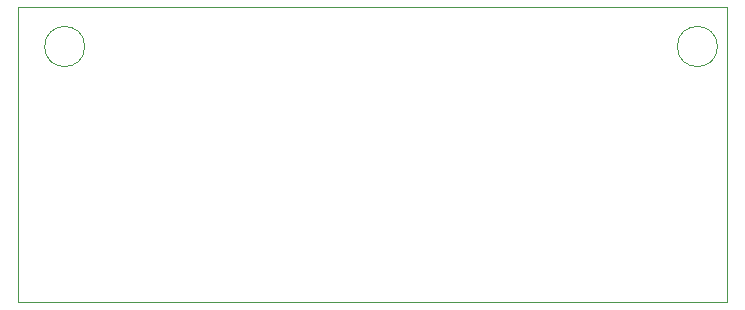
<source format=gbr>
%TF.GenerationSoftware,KiCad,Pcbnew,8.0.7*%
%TF.CreationDate,2025-04-29T17:51:56-05:00*%
%TF.ProjectId,PCB_Glasses,5043425f-476c-4617-9373-65732e6b6963,rev?*%
%TF.SameCoordinates,Original*%
%TF.FileFunction,Profile,NP*%
%FSLAX46Y46*%
G04 Gerber Fmt 4.6, Leading zero omitted, Abs format (unit mm)*
G04 Created by KiCad (PCBNEW 8.0.7) date 2025-04-29 17:51:56*
%MOMM*%
%LPD*%
G01*
G04 APERTURE LIST*
%TA.AperFunction,Profile*%
%ADD10C,0.050000*%
%TD*%
G04 APERTURE END LIST*
D10*
X25400000Y-29845000D02*
G75*
G02*
X22000000Y-29845000I-1700000J0D01*
G01*
X22000000Y-29845000D02*
G75*
G02*
X25400000Y-29845000I1700000J0D01*
G01*
X78965000Y-29845000D02*
G75*
G02*
X75565000Y-29845000I-1700000J0D01*
G01*
X75565000Y-29845000D02*
G75*
G02*
X78965000Y-29845000I1700000J0D01*
G01*
X19750000Y-26500000D02*
X79750000Y-26500000D01*
X79750000Y-51500000D01*
X19750000Y-51500000D01*
X19750000Y-26500000D01*
M02*

</source>
